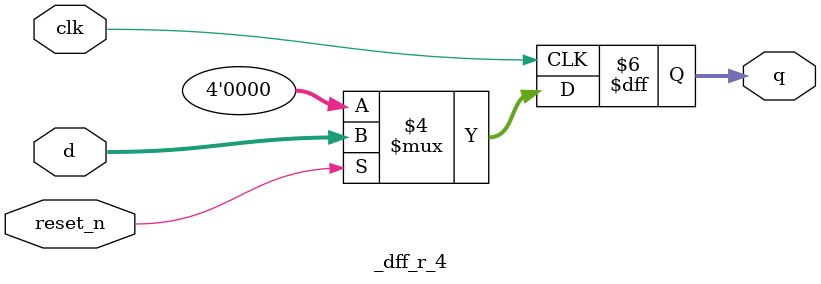
<source format=v>
module _dff_r_4(clk, reset_n, d, q); //4 input d flip flop with reset 
	input clk, reset_n;
	input [3:0]d; 
	output reg [3:0]q;

	always@(posedge clk) 
	begin 
		if(reset_n == 0) 
			q <= 4'b0; 
		else 
			q <= d; 
	end 
endmodule 
</source>
